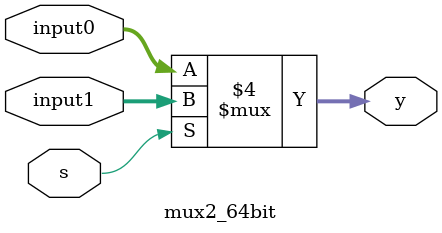
<source format=v>
module mux2_64bit (
    input0, input1, s,y
);
input  [63 : 0]  input0,input1;
input  s;
output  [63 : 0] y;

reg [63 : 0] y;
always @(input0,input1,s) begin
    if(s==0)  y = input0;
    else  y = input1;
end
// assign out = s ? input1 : input0;
    
endmodule
</source>
